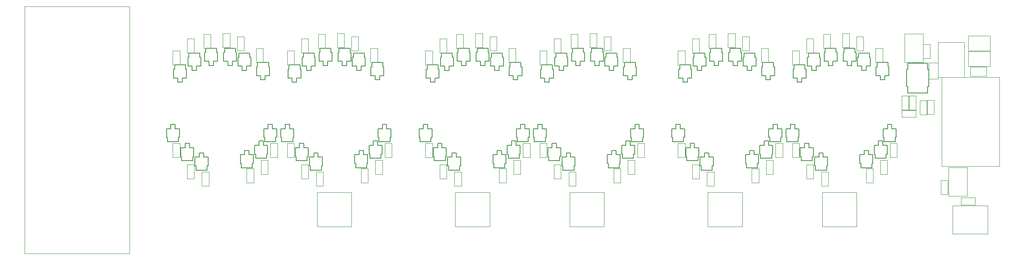
<source format=gbr>
G04 #@! TF.GenerationSoftware,KiCad,Pcbnew,8.0.5+1*
G04 #@! TF.CreationDate,2024-11-03T00:00:47+00:00*
G04 #@! TF.ProjectId,nixie_clock,6e697869-655f-4636-9c6f-636b2e6b6963,rev?*
G04 #@! TF.SameCoordinates,Original*
G04 #@! TF.FileFunction,Other,User*
%FSLAX46Y46*%
G04 Gerber Fmt 4.6, Leading zero omitted, Abs format (unit mm)*
G04 Created by KiCad (PCBNEW 8.0.5+1) date 2024-11-03 00:00:47*
%MOMM*%
%LPD*%
G01*
G04 APERTURE LIST*
%ADD10C,0.152400*%
%ADD11C,0.050000*%
%ADD12C,0.100000*%
%ADD13C,0.120000*%
G04 APERTURE END LIST*
D10*
G04 #@! TO.C,U36*
X122567600Y-107722300D02*
X123469300Y-107722300D01*
X122567600Y-109576500D02*
X122567600Y-107722300D01*
X122567600Y-109576500D02*
X122770800Y-109576500D01*
X122770800Y-109576500D02*
X122770800Y-110465500D01*
X122770800Y-110465500D02*
X125082200Y-110465500D01*
X123469300Y-106833300D02*
X124383700Y-106833300D01*
X123469300Y-107722300D02*
X123469300Y-106833300D01*
X124383700Y-107722300D02*
X124383700Y-106833300D01*
X125082200Y-109576500D02*
X125082200Y-110465500D01*
X125285400Y-107722300D02*
X124383700Y-107722300D01*
X125285400Y-107722300D02*
X125285400Y-109576500D01*
X125285400Y-109576500D02*
X125082200Y-109576500D01*
D11*
G04 #@! TO.C,R73*
X73995000Y-112835000D02*
X75455000Y-112835000D01*
X73995000Y-115795000D02*
X73995000Y-112835000D01*
X75455000Y-112835000D02*
X75455000Y-115795000D01*
X75455000Y-115795000D02*
X73995000Y-115795000D01*
D10*
G04 #@! TO.C,U30*
X138067600Y-107222300D02*
X138969300Y-107222300D01*
X138067600Y-109076500D02*
X138067600Y-107222300D01*
X138067600Y-109076500D02*
X138270800Y-109076500D01*
X138270800Y-109076500D02*
X138270800Y-109965500D01*
X138270800Y-109965500D02*
X140582200Y-109965500D01*
X138969300Y-106333300D02*
X139883700Y-106333300D01*
X138969300Y-107222300D02*
X138969300Y-106333300D01*
X139883700Y-107222300D02*
X139883700Y-106333300D01*
X140582200Y-109076500D02*
X140582200Y-109965500D01*
X140785400Y-107222300D02*
X139883700Y-107222300D01*
X140785400Y-107222300D02*
X140785400Y-109076500D01*
X140785400Y-109076500D02*
X140582200Y-109076500D01*
G04 #@! TO.C,U56*
X215067600Y-107222300D02*
X215969300Y-107222300D01*
X215067600Y-109076500D02*
X215067600Y-107222300D01*
X215067600Y-109076500D02*
X215270800Y-109076500D01*
X215270800Y-109076500D02*
X215270800Y-109965500D01*
X215270800Y-109965500D02*
X217582200Y-109965500D01*
X215969300Y-106333300D02*
X216883700Y-106333300D01*
X215969300Y-107222300D02*
X215969300Y-106333300D01*
X216883700Y-107222300D02*
X216883700Y-106333300D01*
X217582200Y-109076500D02*
X217582200Y-109965500D01*
X217785400Y-107222300D02*
X216883700Y-107222300D01*
X217785400Y-107222300D02*
X217785400Y-109076500D01*
X217785400Y-109076500D02*
X217582200Y-109076500D01*
D11*
G04 #@! TO.C,R64*
X225370000Y-85985000D02*
X226830000Y-85985000D01*
X225370000Y-88945000D02*
X225370000Y-85985000D01*
X226830000Y-85985000D02*
X226830000Y-88945000D01*
X226830000Y-88945000D02*
X225370000Y-88945000D01*
G04 #@! TO.C,R14*
X110395000Y-110335000D02*
X111855000Y-110335000D01*
X110395000Y-113295000D02*
X110395000Y-110335000D01*
X111855000Y-110335000D02*
X111855000Y-113295000D01*
X111855000Y-113295000D02*
X110395000Y-113295000D01*
D10*
G04 #@! TO.C,U9*
X143567600Y-103722300D02*
X144469300Y-103722300D01*
X143567600Y-105576500D02*
X143567600Y-103722300D01*
X143567600Y-105576500D02*
X143770800Y-105576500D01*
X143770800Y-105576500D02*
X143770800Y-106465500D01*
X143770800Y-106465500D02*
X146082200Y-106465500D01*
X144469300Y-102833300D02*
X145383700Y-102833300D01*
X144469300Y-103722300D02*
X144469300Y-102833300D01*
X145383700Y-103722300D02*
X145383700Y-102833300D01*
X146082200Y-105576500D02*
X146082200Y-106465500D01*
X146285400Y-103722300D02*
X145383700Y-103722300D01*
X146285400Y-103722300D02*
X146285400Y-105576500D01*
X146285400Y-105576500D02*
X146082200Y-105576500D01*
D11*
G04 #@! TO.C,R15*
X112395000Y-106835000D02*
X113855000Y-106835000D01*
X112395000Y-109795000D02*
X112395000Y-106835000D01*
X113855000Y-106835000D02*
X113855000Y-109795000D01*
X113855000Y-109795000D02*
X112395000Y-109795000D01*
D12*
G04 #@! TO.C,T1*
X229220000Y-92930000D02*
X241380000Y-92930000D01*
X229220000Y-111600000D02*
X229220000Y-92930000D01*
X241380000Y-92930000D02*
X241380000Y-111600000D01*
X241380000Y-111600000D02*
X229220000Y-111600000D01*
D11*
G04 #@! TO.C,R33*
X120895000Y-106835000D02*
X122355000Y-106835000D01*
X120895000Y-109795000D02*
X120895000Y-106835000D01*
X122355000Y-106835000D02*
X122355000Y-109795000D01*
X122355000Y-109795000D02*
X120895000Y-109795000D01*
G04 #@! TO.C,R76*
X67895000Y-87335000D02*
X69355000Y-87335000D01*
X67895000Y-90295000D02*
X67895000Y-87335000D01*
X69355000Y-87335000D02*
X69355000Y-90295000D01*
X69355000Y-90295000D02*
X67895000Y-90295000D01*
G04 #@! TO.C,R32*
X123895000Y-111335000D02*
X125355000Y-111335000D01*
X123895000Y-114295000D02*
X123895000Y-111335000D01*
X125355000Y-111335000D02*
X125355000Y-114295000D01*
X125355000Y-114295000D02*
X123895000Y-114295000D01*
G04 #@! TO.C,R12*
X151395000Y-83835000D02*
X152855000Y-83835000D01*
X151395000Y-86795000D02*
X151395000Y-83835000D01*
X152855000Y-83835000D02*
X152855000Y-86795000D01*
X152855000Y-86795000D02*
X151395000Y-86795000D01*
D10*
G04 #@! TO.C,U38*
X121067600Y-91203500D02*
X121270800Y-91203500D01*
X121067600Y-93057700D02*
X121067600Y-91203500D01*
X121067600Y-93057700D02*
X121969300Y-93057700D01*
X121270800Y-91203500D02*
X121270800Y-90314500D01*
X121969300Y-93057700D02*
X121969300Y-93946700D01*
X122883700Y-93057700D02*
X122883700Y-93946700D01*
X122883700Y-93946700D02*
X121969300Y-93946700D01*
X123582200Y-90314500D02*
X121270800Y-90314500D01*
X123582200Y-91203500D02*
X123582200Y-90314500D01*
X123785400Y-91203500D02*
X123582200Y-91203500D01*
X123785400Y-91203500D02*
X123785400Y-93057700D01*
X123785400Y-93057700D02*
X122883700Y-93057700D01*
D11*
G04 #@! TO.C,R68*
X88395000Y-106835000D02*
X89855000Y-106835000D01*
X88395000Y-109795000D02*
X88395000Y-106835000D01*
X89855000Y-106835000D02*
X89855000Y-109795000D01*
X89855000Y-109795000D02*
X88395000Y-109795000D01*
G04 #@! TO.C,R47*
X176895000Y-84835000D02*
X178355000Y-84835000D01*
X176895000Y-87795000D02*
X176895000Y-84835000D01*
X178355000Y-84835000D02*
X178355000Y-87795000D01*
X178355000Y-87795000D02*
X176895000Y-87795000D01*
G04 #@! TO.C,R11*
X147895000Y-84835000D02*
X149355000Y-84835000D01*
X147895000Y-87795000D02*
X147895000Y-84835000D01*
X149355000Y-84835000D02*
X149355000Y-87795000D01*
X149355000Y-87795000D02*
X147895000Y-87795000D01*
G04 #@! TO.C,R41*
X187395000Y-84335000D02*
X188855000Y-84335000D01*
X187395000Y-87295000D02*
X187395000Y-84335000D01*
X188855000Y-84335000D02*
X188855000Y-87295000D01*
X188855000Y-87295000D02*
X187395000Y-87295000D01*
G04 #@! TO.C,R75*
X67895000Y-106835000D02*
X69355000Y-106835000D01*
X67895000Y-109795000D02*
X67895000Y-106835000D01*
X69355000Y-106835000D02*
X69355000Y-109795000D01*
X69355000Y-109795000D02*
X67895000Y-109795000D01*
G04 #@! TO.C,R63*
X222370000Y-96810000D02*
X223830000Y-96810000D01*
X222370000Y-99770000D02*
X222370000Y-96810000D01*
X223830000Y-96810000D02*
X223830000Y-99770000D01*
X223830000Y-99770000D02*
X222370000Y-99770000D01*
G04 #@! TO.C,R21*
X91895000Y-106835000D02*
X93355000Y-106835000D01*
X91895000Y-109795000D02*
X91895000Y-106835000D01*
X93355000Y-106835000D02*
X93355000Y-109795000D01*
X93355000Y-109795000D02*
X91895000Y-109795000D01*
D10*
G04 #@! TO.C,U32*
X138464600Y-90703500D02*
X138667800Y-90703500D01*
X138464600Y-92557700D02*
X138464600Y-90703500D01*
X138464600Y-92557700D02*
X139366300Y-92557700D01*
X138667800Y-90703500D02*
X138667800Y-89814500D01*
X139366300Y-92557700D02*
X139366300Y-93446700D01*
X140280700Y-92557700D02*
X140280700Y-93446700D01*
X140280700Y-93446700D02*
X139366300Y-93446700D01*
X140979200Y-89814500D02*
X138667800Y-89814500D01*
X140979200Y-90703500D02*
X140979200Y-89814500D01*
X141182400Y-90703500D02*
X140979200Y-90703500D01*
X141182400Y-90703500D02*
X141182400Y-92557700D01*
X141182400Y-92557700D02*
X140280700Y-92557700D01*
D11*
G04 #@! TO.C,R5*
X158395000Y-84335000D02*
X159855000Y-84335000D01*
X158395000Y-87295000D02*
X158395000Y-84335000D01*
X159855000Y-84335000D02*
X159855000Y-87295000D01*
X159855000Y-87295000D02*
X158395000Y-87295000D01*
G04 #@! TO.C,R4*
X162395000Y-86835000D02*
X163855000Y-86835000D01*
X162395000Y-89795000D02*
X162395000Y-86835000D01*
X163855000Y-86835000D02*
X163855000Y-89795000D01*
X163855000Y-89795000D02*
X162395000Y-89795000D01*
D10*
G04 #@! TO.C,U65*
X201067600Y-88703500D02*
X201270800Y-88703500D01*
X201067600Y-90557700D02*
X201067600Y-88703500D01*
X201067600Y-90557700D02*
X201969300Y-90557700D01*
X201270800Y-88703500D02*
X201270800Y-87814500D01*
X201969300Y-90557700D02*
X201969300Y-91446700D01*
X202883700Y-90557700D02*
X202883700Y-91446700D01*
X202883700Y-91446700D02*
X201969300Y-91446700D01*
X203582200Y-87814500D02*
X201270800Y-87814500D01*
X203582200Y-88703500D02*
X203582200Y-87814500D01*
X203785400Y-88703500D02*
X203582200Y-88703500D01*
X203785400Y-88703500D02*
X203785400Y-90557700D01*
X203785400Y-90557700D02*
X202883700Y-90557700D01*
D11*
G04 #@! TO.C,R1*
X160395000Y-112160000D02*
X161855000Y-112160000D01*
X160395000Y-115120000D02*
X160395000Y-112160000D01*
X161855000Y-112160000D02*
X161855000Y-115120000D01*
X161855000Y-115120000D02*
X160395000Y-115120000D01*
G04 #@! TO.C,U15*
X98162500Y-117142031D02*
X98162500Y-124362031D01*
X98162500Y-124362031D02*
X105382500Y-124362031D01*
X105382500Y-117142031D02*
X98162500Y-117142031D01*
X105382500Y-124362031D02*
X105382500Y-117142031D01*
D10*
G04 #@! TO.C,U43*
X191067600Y-107222300D02*
X191969300Y-107222300D01*
X191067600Y-109076500D02*
X191067600Y-107222300D01*
X191067600Y-109076500D02*
X191270800Y-109076500D01*
X191270800Y-109076500D02*
X191270800Y-109965500D01*
X191270800Y-109965500D02*
X193582200Y-109965500D01*
X191969300Y-106333300D02*
X192883700Y-106333300D01*
X191969300Y-107222300D02*
X191969300Y-106333300D01*
X192883700Y-107222300D02*
X192883700Y-106333300D01*
X193582200Y-109076500D02*
X193582200Y-109965500D01*
X193785400Y-107222300D02*
X192883700Y-107222300D01*
X193785400Y-107222300D02*
X193785400Y-109076500D01*
X193785400Y-109076500D02*
X193582200Y-109076500D01*
G04 #@! TO.C,U16*
X106067600Y-109222300D02*
X106969300Y-109222300D01*
X106067600Y-111076500D02*
X106067600Y-109222300D01*
X106067600Y-111076500D02*
X106270800Y-111076500D01*
X106270800Y-111076500D02*
X106270800Y-111965500D01*
X106270800Y-111965500D02*
X108582200Y-111965500D01*
X106969300Y-108333300D02*
X107883700Y-108333300D01*
X106969300Y-109222300D02*
X106969300Y-108333300D01*
X107883700Y-109222300D02*
X107883700Y-108333300D01*
X108582200Y-111076500D02*
X108582200Y-111965500D01*
X108785400Y-109222300D02*
X107883700Y-109222300D01*
X108785400Y-109222300D02*
X108785400Y-111076500D01*
X108785400Y-111076500D02*
X108582200Y-111076500D01*
D11*
G04 #@! TO.C,R46*
X173895000Y-87335000D02*
X175355000Y-87335000D01*
X173895000Y-90295000D02*
X173895000Y-87335000D01*
X175355000Y-87335000D02*
X175355000Y-90295000D01*
X175355000Y-90295000D02*
X173895000Y-90295000D01*
D10*
G04 #@! TO.C,U66*
X82067600Y-109222300D02*
X82969300Y-109222300D01*
X82067600Y-111076500D02*
X82067600Y-109222300D01*
X82067600Y-111076500D02*
X82270800Y-111076500D01*
X82270800Y-111076500D02*
X82270800Y-111965500D01*
X82270800Y-111965500D02*
X84582200Y-111965500D01*
X82969300Y-108333300D02*
X83883700Y-108333300D01*
X82969300Y-109222300D02*
X82969300Y-108333300D01*
X83883700Y-109222300D02*
X83883700Y-108333300D01*
X84582200Y-111076500D02*
X84582200Y-111965500D01*
X84785400Y-109222300D02*
X83883700Y-109222300D01*
X84785400Y-109222300D02*
X84785400Y-111076500D01*
X84785400Y-111076500D02*
X84582200Y-111076500D01*
D11*
G04 #@! TO.C,R71*
X78395000Y-83660000D02*
X79855000Y-83660000D01*
X78395000Y-86620000D02*
X78395000Y-83660000D01*
X79855000Y-83660000D02*
X79855000Y-86620000D01*
X79855000Y-86620000D02*
X78395000Y-86620000D01*
G04 #@! TO.C,R70*
X81395000Y-84335000D02*
X82855000Y-84335000D01*
X81395000Y-87295000D02*
X81395000Y-84335000D01*
X82855000Y-84335000D02*
X82855000Y-87295000D01*
X82855000Y-87295000D02*
X81395000Y-87295000D01*
D10*
G04 #@! TO.C,U64*
X198067600Y-91203500D02*
X198270800Y-91203500D01*
X198067600Y-93057700D02*
X198067600Y-91203500D01*
X198067600Y-93057700D02*
X198969300Y-93057700D01*
X198270800Y-91203500D02*
X198270800Y-90314500D01*
X198969300Y-93057700D02*
X198969300Y-93946700D01*
X199883700Y-93057700D02*
X199883700Y-93946700D01*
X199883700Y-93946700D02*
X198969300Y-93946700D01*
X200582200Y-90314500D02*
X198270800Y-90314500D01*
X200582200Y-91203500D02*
X200582200Y-90314500D01*
X200785400Y-91203500D02*
X200582200Y-91203500D01*
X200785400Y-91203500D02*
X200785400Y-93057700D01*
X200785400Y-93057700D02*
X199883700Y-93057700D01*
G04 #@! TO.C,U23*
X93567600Y-107722300D02*
X94469300Y-107722300D01*
X93567600Y-109576500D02*
X93567600Y-107722300D01*
X93567600Y-109576500D02*
X93770800Y-109576500D01*
X93770800Y-109576500D02*
X93770800Y-110465500D01*
X93770800Y-110465500D02*
X96082200Y-110465500D01*
X94469300Y-106833300D02*
X95383700Y-106833300D01*
X94469300Y-107722300D02*
X94469300Y-106833300D01*
X95383700Y-107722300D02*
X95383700Y-106833300D01*
X96082200Y-109576500D02*
X96082200Y-110465500D01*
X96285400Y-107722300D02*
X95383700Y-107722300D01*
X96285400Y-107722300D02*
X96285400Y-109576500D01*
X96285400Y-109576500D02*
X96082200Y-109576500D01*
D11*
G04 #@! TO.C,R39*
X194395000Y-106835000D02*
X195855000Y-106835000D01*
X194395000Y-109795000D02*
X194395000Y-106835000D01*
X195855000Y-106835000D02*
X195855000Y-109795000D01*
X195855000Y-109795000D02*
X194395000Y-109795000D01*
D10*
G04 #@! TO.C,U70*
X81567600Y-88703500D02*
X81770800Y-88703500D01*
X81567600Y-90557700D02*
X81567600Y-88703500D01*
X81567600Y-90557700D02*
X82469300Y-90557700D01*
X81770800Y-88703500D02*
X81770800Y-87814500D01*
X82469300Y-90557700D02*
X82469300Y-91446700D01*
X83383700Y-90557700D02*
X83383700Y-91446700D01*
X83383700Y-91446700D02*
X82469300Y-91446700D01*
X84082200Y-87814500D02*
X81770800Y-87814500D01*
X84082200Y-88703500D02*
X84082200Y-87814500D01*
X84285400Y-88703500D02*
X84082200Y-88703500D01*
X84285400Y-88703500D02*
X84285400Y-90557700D01*
X84285400Y-90557700D02*
X83383700Y-90557700D01*
D11*
G04 #@! TO.C,R35*
X123895000Y-84835000D02*
X125355000Y-84835000D01*
X123895000Y-87795000D02*
X123895000Y-84835000D01*
X125355000Y-84835000D02*
X125355000Y-87795000D01*
X125355000Y-87795000D02*
X123895000Y-87795000D01*
G04 #@! TO.C,R6*
X155395000Y-83660000D02*
X156855000Y-83660000D01*
X155395000Y-86620000D02*
X155395000Y-83660000D01*
X156855000Y-83660000D02*
X156855000Y-86620000D01*
X156855000Y-86620000D02*
X155395000Y-86620000D01*
D10*
G04 #@! TO.C,U17*
X109067600Y-107222300D02*
X109969300Y-107222300D01*
X109067600Y-109076500D02*
X109067600Y-107222300D01*
X109067600Y-109076500D02*
X109270800Y-109076500D01*
X109270800Y-109076500D02*
X109270800Y-109965500D01*
X109270800Y-109965500D02*
X111582200Y-109965500D01*
X109969300Y-106333300D02*
X110883700Y-106333300D01*
X109969300Y-107222300D02*
X109969300Y-106333300D01*
X110883700Y-107222300D02*
X110883700Y-106333300D01*
X111582200Y-109076500D02*
X111582200Y-109965500D01*
X111785400Y-107222300D02*
X110883700Y-107222300D01*
X111785400Y-107222300D02*
X111785400Y-109076500D01*
X111785400Y-109076500D02*
X111582200Y-109076500D01*
D11*
G04 #@! TO.C,R8*
X147895000Y-111335000D02*
X149355000Y-111335000D01*
X147895000Y-114295000D02*
X147895000Y-111335000D01*
X149355000Y-111335000D02*
X149355000Y-114295000D01*
X149355000Y-114295000D02*
X147895000Y-114295000D01*
D10*
G04 #@! TO.C,U50*
X172567600Y-103722300D02*
X173469300Y-103722300D01*
X172567600Y-105576500D02*
X172567600Y-103722300D01*
X172567600Y-105576500D02*
X172770800Y-105576500D01*
X172770800Y-105576500D02*
X172770800Y-106465500D01*
X172770800Y-106465500D02*
X175082200Y-106465500D01*
X173469300Y-102833300D02*
X174383700Y-102833300D01*
X173469300Y-103722300D02*
X173469300Y-102833300D01*
X174383700Y-103722300D02*
X174383700Y-102833300D01*
X175082200Y-105576500D02*
X175082200Y-106465500D01*
X175285400Y-103722300D02*
X174383700Y-103722300D01*
X175285400Y-103722300D02*
X175285400Y-105576500D01*
X175285400Y-105576500D02*
X175082200Y-105576500D01*
D11*
G04 #@! TO.C,C3*
X220895000Y-99835000D02*
X223855000Y-99835000D01*
X220895000Y-101295000D02*
X220895000Y-99835000D01*
X223855000Y-99835000D02*
X223855000Y-101295000D01*
X223855000Y-101295000D02*
X220895000Y-101295000D01*
G04 #@! TO.C,R23*
X94895000Y-84835000D02*
X96355000Y-84835000D01*
X94895000Y-87795000D02*
X94895000Y-84835000D01*
X96355000Y-84835000D02*
X96355000Y-87795000D01*
X96355000Y-87795000D02*
X94895000Y-87795000D01*
D10*
G04 #@! TO.C,U22*
X96567600Y-109722300D02*
X97469300Y-109722300D01*
X96567600Y-111576500D02*
X96567600Y-109722300D01*
X96567600Y-111576500D02*
X96770800Y-111576500D01*
X96770800Y-111576500D02*
X96770800Y-112465500D01*
X96770800Y-112465500D02*
X99082200Y-112465500D01*
X97469300Y-108833300D02*
X98383700Y-108833300D01*
X97469300Y-109722300D02*
X97469300Y-108833300D01*
X98383700Y-109722300D02*
X98383700Y-108833300D01*
X99082200Y-111576500D02*
X99082200Y-112465500D01*
X99285400Y-109722300D02*
X98383700Y-109722300D01*
X99285400Y-109722300D02*
X99285400Y-111576500D01*
X99285400Y-111576500D02*
X99082200Y-111576500D01*
D11*
G04 #@! TO.C,U54*
X204162500Y-117142031D02*
X204162500Y-124362031D01*
X204162500Y-124362031D02*
X211382500Y-124362031D01*
X211382500Y-117142031D02*
X204162500Y-117142031D01*
X211382500Y-124362031D02*
X211382500Y-117142031D01*
D10*
G04 #@! TO.C,U5*
X158567600Y-88703500D02*
X158770800Y-88703500D01*
X158567600Y-90557700D02*
X158567600Y-88703500D01*
X158567600Y-90557700D02*
X159469300Y-90557700D01*
X158770800Y-88703500D02*
X158770800Y-87814500D01*
X159469300Y-90557700D02*
X159469300Y-91446700D01*
X160383700Y-90557700D02*
X160383700Y-91446700D01*
X160383700Y-91446700D02*
X159469300Y-91446700D01*
X161082200Y-87814500D02*
X158770800Y-87814500D01*
X161082200Y-88703500D02*
X161082200Y-87814500D01*
X161285400Y-88703500D02*
X161082200Y-88703500D01*
X161285400Y-88703500D02*
X161285400Y-90557700D01*
X161285400Y-90557700D02*
X160383700Y-90557700D01*
D11*
G04 #@! TO.C,R29*
X134395000Y-84335000D02*
X135855000Y-84335000D01*
X134395000Y-87295000D02*
X134395000Y-84335000D01*
X135855000Y-84335000D02*
X135855000Y-87295000D01*
X135855000Y-87295000D02*
X134395000Y-87295000D01*
D10*
G04 #@! TO.C,U45*
X191464600Y-90703500D02*
X191667800Y-90703500D01*
X191464600Y-92557700D02*
X191464600Y-90703500D01*
X191464600Y-92557700D02*
X192366300Y-92557700D01*
X191667800Y-90703500D02*
X191667800Y-89814500D01*
X192366300Y-92557700D02*
X192366300Y-93446700D01*
X193280700Y-92557700D02*
X193280700Y-93446700D01*
X193280700Y-93446700D02*
X192366300Y-93446700D01*
X193979200Y-89814500D02*
X191667800Y-89814500D01*
X193979200Y-90703500D02*
X193979200Y-89814500D01*
X194182400Y-90703500D02*
X193979200Y-90703500D01*
X194182400Y-90703500D02*
X194182400Y-92557700D01*
X194182400Y-92557700D02*
X193280700Y-92557700D01*
D11*
G04 #@! TO.C,R50*
X216395000Y-110335000D02*
X217855000Y-110335000D01*
X216395000Y-113295000D02*
X216395000Y-110335000D01*
X217855000Y-110335000D02*
X217855000Y-113295000D01*
X217855000Y-113295000D02*
X216395000Y-113295000D01*
G04 #@! TO.C,C8*
X234825000Y-84165000D02*
X239425000Y-84165000D01*
X234825000Y-87365000D02*
X234825000Y-84165000D01*
X239425000Y-84165000D02*
X239425000Y-87365000D01*
X239425000Y-87365000D02*
X234825000Y-87365000D01*
G04 #@! TO.C,R62*
X229070000Y-114585000D02*
X230530000Y-114585000D01*
X229070000Y-117545000D02*
X229070000Y-114585000D01*
X230530000Y-114585000D02*
X230530000Y-117545000D01*
X230530000Y-117545000D02*
X229070000Y-117545000D01*
G04 #@! TO.C,R77*
X70895000Y-84835000D02*
X72355000Y-84835000D01*
X70895000Y-87795000D02*
X70895000Y-84835000D01*
X72355000Y-84835000D02*
X72355000Y-87795000D01*
X72355000Y-87795000D02*
X70895000Y-87795000D01*
D10*
G04 #@! TO.C,U52*
X177067600Y-88703500D02*
X177270800Y-88703500D01*
X177067600Y-90557700D02*
X177067600Y-88703500D01*
X177067600Y-90557700D02*
X177969300Y-90557700D01*
X177270800Y-88703500D02*
X177270800Y-87814500D01*
X177969300Y-90557700D02*
X177969300Y-91446700D01*
X178883700Y-90557700D02*
X178883700Y-91446700D01*
X178883700Y-91446700D02*
X177969300Y-91446700D01*
X179582200Y-87814500D02*
X177270800Y-87814500D01*
X179582200Y-88703500D02*
X179582200Y-87814500D01*
X179785400Y-88703500D02*
X179582200Y-88703500D01*
X179785400Y-88703500D02*
X179785400Y-90557700D01*
X179785400Y-90557700D02*
X178883700Y-90557700D01*
D11*
G04 #@! TO.C,R16*
X109395000Y-86835000D02*
X110855000Y-86835000D01*
X109395000Y-89795000D02*
X109395000Y-86835000D01*
X110855000Y-86835000D02*
X110855000Y-89795000D01*
X110855000Y-89795000D02*
X109395000Y-89795000D01*
G04 #@! TO.C,R42*
X184395000Y-83660000D02*
X185855000Y-83660000D01*
X184395000Y-86620000D02*
X184395000Y-83660000D01*
X185855000Y-83660000D02*
X185855000Y-86620000D01*
X185855000Y-86620000D02*
X184395000Y-86620000D01*
G04 #@! TO.C,R61*
X226550000Y-89897500D02*
X228450000Y-89897500D01*
X226550000Y-93257500D02*
X226550000Y-89897500D01*
X228450000Y-89897500D02*
X228450000Y-93257500D01*
X228450000Y-93257500D02*
X226550000Y-93257500D01*
D10*
G04 #@! TO.C,U53*
X180567600Y-87703500D02*
X180770800Y-87703500D01*
X180567600Y-89557700D02*
X180567600Y-87703500D01*
X180567600Y-89557700D02*
X181469300Y-89557700D01*
X180770800Y-87703500D02*
X180770800Y-86814500D01*
X181469300Y-89557700D02*
X181469300Y-90446700D01*
X182383700Y-89557700D02*
X182383700Y-90446700D01*
X182383700Y-90446700D02*
X181469300Y-90446700D01*
X183082200Y-86814500D02*
X180770800Y-86814500D01*
X183082200Y-87703500D02*
X183082200Y-86814500D01*
X183285400Y-87703500D02*
X183082200Y-87703500D01*
X183285400Y-87703500D02*
X183285400Y-89557700D01*
X183285400Y-89557700D02*
X182383700Y-89557700D01*
D11*
G04 #@! TO.C,R53*
X211395000Y-84335000D02*
X212855000Y-84335000D01*
X211395000Y-87295000D02*
X211395000Y-84335000D01*
X212855000Y-84335000D02*
X212855000Y-87295000D01*
X212855000Y-87295000D02*
X211395000Y-87295000D01*
D10*
G04 #@! TO.C,U18*
X110964600Y-103722300D02*
X111866300Y-103722300D01*
X110964600Y-105576500D02*
X110964600Y-103722300D01*
X110964600Y-105576500D02*
X111167800Y-105576500D01*
X111167800Y-105576500D02*
X111167800Y-106465500D01*
X111167800Y-106465500D02*
X113479200Y-106465500D01*
X111866300Y-102833300D02*
X112780700Y-102833300D01*
X111866300Y-103722300D02*
X111866300Y-102833300D01*
X112780700Y-103722300D02*
X112780700Y-102833300D01*
X113479200Y-105576500D02*
X113479200Y-106465500D01*
X113682400Y-103722300D02*
X112780700Y-103722300D01*
X113682400Y-103722300D02*
X113682400Y-105576500D01*
X113682400Y-105576500D02*
X113479200Y-105576500D01*
D11*
G04 #@! TO.C,R3*
X165395000Y-106835000D02*
X166855000Y-106835000D01*
X165395000Y-109795000D02*
X165395000Y-106835000D01*
X166855000Y-106835000D02*
X166855000Y-109795000D01*
X166855000Y-109795000D02*
X165395000Y-109795000D01*
G04 #@! TO.C,R27*
X141395000Y-106835000D02*
X142855000Y-106835000D01*
X141395000Y-109795000D02*
X141395000Y-106835000D01*
X142855000Y-106835000D02*
X142855000Y-109795000D01*
X142855000Y-109795000D02*
X141395000Y-109795000D01*
D10*
G04 #@! TO.C,U77*
X74567600Y-87703500D02*
X74770800Y-87703500D01*
X74567600Y-89557700D02*
X74567600Y-87703500D01*
X74567600Y-89557700D02*
X75469300Y-89557700D01*
X74770800Y-87703500D02*
X74770800Y-86814500D01*
X75469300Y-89557700D02*
X75469300Y-90446700D01*
X76383700Y-89557700D02*
X76383700Y-90446700D01*
X76383700Y-90446700D02*
X75469300Y-90446700D01*
X77082200Y-86814500D02*
X74770800Y-86814500D01*
X77082200Y-87703500D02*
X77082200Y-86814500D01*
X77285400Y-87703500D02*
X77082200Y-87703500D01*
X77285400Y-87703500D02*
X77285400Y-89557700D01*
X77285400Y-89557700D02*
X76383700Y-89557700D01*
D11*
G04 #@! TO.C,R49*
X213395000Y-112160000D02*
X214855000Y-112160000D01*
X213395000Y-115120000D02*
X213395000Y-112160000D01*
X214855000Y-112160000D02*
X214855000Y-115120000D01*
X214855000Y-115120000D02*
X213395000Y-115120000D01*
D10*
G04 #@! TO.C,U8*
X146567600Y-107722300D02*
X147469300Y-107722300D01*
X146567600Y-109576500D02*
X146567600Y-107722300D01*
X146567600Y-109576500D02*
X146770800Y-109576500D01*
X146770800Y-109576500D02*
X146770800Y-110465500D01*
X146770800Y-110465500D02*
X149082200Y-110465500D01*
X147469300Y-106833300D02*
X148383700Y-106833300D01*
X147469300Y-107722300D02*
X147469300Y-106833300D01*
X148383700Y-107722300D02*
X148383700Y-106833300D01*
X149082200Y-109576500D02*
X149082200Y-110465500D01*
X149285400Y-107722300D02*
X148383700Y-107722300D01*
X149285400Y-107722300D02*
X149285400Y-109576500D01*
X149285400Y-109576500D02*
X149082200Y-109576500D01*
D11*
G04 #@! TO.C,R10*
X144895000Y-87335000D02*
X146355000Y-87335000D01*
X144895000Y-90295000D02*
X144895000Y-87335000D01*
X146355000Y-87335000D02*
X146355000Y-90295000D01*
X146355000Y-90295000D02*
X144895000Y-90295000D01*
G04 #@! TO.C,R51*
X218395000Y-106835000D02*
X219855000Y-106835000D01*
X218395000Y-109795000D02*
X218395000Y-106835000D01*
X219855000Y-106835000D02*
X219855000Y-109795000D01*
X219855000Y-109795000D02*
X218395000Y-109795000D01*
D10*
G04 #@! TO.C,U79*
X221875900Y-91261600D02*
X222104500Y-91261600D01*
X221875900Y-94868400D02*
X221875900Y-91261600D01*
X222104500Y-89928100D02*
X222104500Y-91261600D01*
X222104500Y-89928100D02*
X226295500Y-89928100D01*
X222104500Y-94868400D02*
X221875900Y-94868400D01*
X222104500Y-96201900D02*
X222104500Y-94868400D01*
X226295500Y-89928100D02*
X226295500Y-91261600D01*
X226295500Y-91261600D02*
X226524100Y-91261600D01*
X226295500Y-96201900D02*
X222104500Y-96201900D01*
X226295500Y-96201900D02*
X226295500Y-94868400D01*
X226524100Y-91261600D02*
X226524100Y-94868400D01*
X226524100Y-94868400D02*
X226295500Y-94868400D01*
D11*
G04 #@! TO.C,R74*
X70895000Y-111335000D02*
X72355000Y-111335000D01*
X70895000Y-114295000D02*
X70895000Y-111335000D01*
X72355000Y-111335000D02*
X72355000Y-114295000D01*
X72355000Y-114295000D02*
X70895000Y-114295000D01*
G04 #@! TO.C,R55*
X203995000Y-112835000D02*
X205455000Y-112835000D01*
X203995000Y-115795000D02*
X203995000Y-112835000D01*
X205455000Y-112835000D02*
X205455000Y-115795000D01*
X205455000Y-115795000D02*
X203995000Y-115795000D01*
D10*
G04 #@! TO.C,U11*
X148067600Y-88703500D02*
X148270800Y-88703500D01*
X148067600Y-90557700D02*
X148067600Y-88703500D01*
X148067600Y-90557700D02*
X148969300Y-90557700D01*
X148270800Y-88703500D02*
X148270800Y-87814500D01*
X148969300Y-90557700D02*
X148969300Y-91446700D01*
X149883700Y-90557700D02*
X149883700Y-91446700D01*
X149883700Y-91446700D02*
X148969300Y-91446700D01*
X150582200Y-87814500D02*
X148270800Y-87814500D01*
X150582200Y-88703500D02*
X150582200Y-87814500D01*
X150785400Y-88703500D02*
X150582200Y-88703500D01*
X150785400Y-88703500D02*
X150785400Y-90557700D01*
X150785400Y-90557700D02*
X149883700Y-90557700D01*
D11*
G04 #@! TO.C,R57*
X197895000Y-106835000D02*
X199355000Y-106835000D01*
X197895000Y-109795000D02*
X197895000Y-106835000D01*
X199355000Y-106835000D02*
X199355000Y-109795000D01*
X199355000Y-109795000D02*
X197895000Y-109795000D01*
D10*
G04 #@! TO.C,U3*
X163964600Y-103722300D02*
X164866300Y-103722300D01*
X163964600Y-105576500D02*
X163964600Y-103722300D01*
X163964600Y-105576500D02*
X164167800Y-105576500D01*
X164167800Y-105576500D02*
X164167800Y-106465500D01*
X164167800Y-106465500D02*
X166479200Y-106465500D01*
X164866300Y-102833300D02*
X165780700Y-102833300D01*
X164866300Y-103722300D02*
X164866300Y-102833300D01*
X165780700Y-103722300D02*
X165780700Y-102833300D01*
X166479200Y-105576500D02*
X166479200Y-106465500D01*
X166682400Y-103722300D02*
X165780700Y-103722300D01*
X166682400Y-103722300D02*
X166682400Y-105576500D01*
X166682400Y-105576500D02*
X166479200Y-105576500D01*
D11*
G04 #@! TO.C,R30*
X131395000Y-83660000D02*
X132855000Y-83660000D01*
X131395000Y-86620000D02*
X131395000Y-83660000D01*
X132855000Y-83660000D02*
X132855000Y-86620000D01*
X132855000Y-86620000D02*
X131395000Y-86620000D01*
D10*
G04 #@! TO.C,U27*
X98567600Y-87703500D02*
X98770800Y-87703500D01*
X98567600Y-89557700D02*
X98567600Y-87703500D01*
X98567600Y-89557700D02*
X99469300Y-89557700D01*
X98770800Y-87703500D02*
X98770800Y-86814500D01*
X99469300Y-89557700D02*
X99469300Y-90446700D01*
X100383700Y-89557700D02*
X100383700Y-90446700D01*
X100383700Y-90446700D02*
X99469300Y-90446700D01*
X101082200Y-86814500D02*
X98770800Y-86814500D01*
X101082200Y-87703500D02*
X101082200Y-86814500D01*
X101285400Y-87703500D02*
X101082200Y-87703500D01*
X101285400Y-87703500D02*
X101285400Y-89557700D01*
X101285400Y-89557700D02*
X100383700Y-89557700D01*
D11*
G04 #@! TO.C,U28*
X127162500Y-117142031D02*
X127162500Y-124362031D01*
X127162500Y-124362031D02*
X134382500Y-124362031D01*
X134382500Y-117142031D02*
X127162500Y-117142031D01*
X134382500Y-124362031D02*
X134382500Y-117142031D01*
G04 #@! TO.C,C6*
X231500000Y-119950000D02*
X238900000Y-119950000D01*
X231500000Y-125850000D02*
X231500000Y-119950000D01*
X238900000Y-119950000D02*
X238900000Y-125850000D01*
X238900000Y-125850000D02*
X231500000Y-125850000D01*
D10*
G04 #@! TO.C,U48*
X178567600Y-109722300D02*
X179469300Y-109722300D01*
X178567600Y-111576500D02*
X178567600Y-109722300D01*
X178567600Y-111576500D02*
X178770800Y-111576500D01*
X178770800Y-111576500D02*
X178770800Y-112465500D01*
X178770800Y-112465500D02*
X181082200Y-112465500D01*
X179469300Y-108833300D02*
X180383700Y-108833300D01*
X179469300Y-109722300D02*
X179469300Y-108833300D01*
X180383700Y-109722300D02*
X180383700Y-108833300D01*
X181082200Y-111576500D02*
X181082200Y-112465500D01*
X181285400Y-109722300D02*
X180383700Y-109722300D01*
X181285400Y-109722300D02*
X181285400Y-111576500D01*
X181285400Y-111576500D02*
X181082200Y-111576500D01*
G04 #@! TO.C,U61*
X202567600Y-109722300D02*
X203469300Y-109722300D01*
X202567600Y-111576500D02*
X202567600Y-109722300D01*
X202567600Y-111576500D02*
X202770800Y-111576500D01*
X202770800Y-111576500D02*
X202770800Y-112465500D01*
X202770800Y-112465500D02*
X205082200Y-112465500D01*
X203469300Y-108833300D02*
X204383700Y-108833300D01*
X203469300Y-109722300D02*
X203469300Y-108833300D01*
X204383700Y-109722300D02*
X204383700Y-108833300D01*
X205082200Y-111576500D02*
X205082200Y-112465500D01*
X205285400Y-109722300D02*
X204383700Y-109722300D01*
X205285400Y-109722300D02*
X205285400Y-111576500D01*
X205285400Y-111576500D02*
X205082200Y-111576500D01*
D11*
G04 #@! TO.C,U13*
X151162500Y-117142031D02*
X151162500Y-124362031D01*
X151162500Y-124362031D02*
X158382500Y-124362031D01*
X158382500Y-117142031D02*
X151162500Y-117142031D01*
X158382500Y-124362031D02*
X158382500Y-117142031D01*
G04 #@! TO.C,R34*
X120895000Y-87335000D02*
X122355000Y-87335000D01*
X120895000Y-90295000D02*
X120895000Y-87335000D01*
X122355000Y-87335000D02*
X122355000Y-90295000D01*
X122355000Y-90295000D02*
X120895000Y-90295000D01*
D10*
G04 #@! TO.C,U71*
X78567600Y-87703500D02*
X78770800Y-87703500D01*
X78567600Y-89557700D02*
X78567600Y-87703500D01*
X78567600Y-89557700D02*
X79469300Y-89557700D01*
X78770800Y-87703500D02*
X78770800Y-86814500D01*
X79469300Y-89557700D02*
X79469300Y-90446700D01*
X80383700Y-89557700D02*
X80383700Y-90446700D01*
X80383700Y-90446700D02*
X79469300Y-90446700D01*
X81082200Y-86814500D02*
X78770800Y-86814500D01*
X81082200Y-87703500D02*
X81082200Y-86814500D01*
X81285400Y-87703500D02*
X81082200Y-87703500D01*
X81285400Y-87703500D02*
X81285400Y-89557700D01*
X81285400Y-89557700D02*
X80383700Y-89557700D01*
D11*
G04 #@! TO.C,U41*
X180162500Y-117142031D02*
X180162500Y-124362031D01*
X180162500Y-124362031D02*
X187382500Y-124362031D01*
X187382500Y-117142031D02*
X180162500Y-117142031D01*
X187382500Y-124362031D02*
X187382500Y-117142031D01*
G04 #@! TO.C,R25*
X136395000Y-112160000D02*
X137855000Y-112160000D01*
X136395000Y-115120000D02*
X136395000Y-112160000D01*
X137855000Y-112160000D02*
X137855000Y-115120000D01*
X137855000Y-115120000D02*
X136395000Y-115120000D01*
D10*
G04 #@! TO.C,U72*
X72567600Y-109722300D02*
X73469300Y-109722300D01*
X72567600Y-111576500D02*
X72567600Y-109722300D01*
X72567600Y-111576500D02*
X72770800Y-111576500D01*
X72770800Y-111576500D02*
X72770800Y-112465500D01*
X72770800Y-112465500D02*
X75082200Y-112465500D01*
X73469300Y-108833300D02*
X74383700Y-108833300D01*
X73469300Y-109722300D02*
X73469300Y-108833300D01*
X74383700Y-109722300D02*
X74383700Y-108833300D01*
X75082200Y-111576500D02*
X75082200Y-112465500D01*
X75285400Y-109722300D02*
X74383700Y-109722300D01*
X75285400Y-109722300D02*
X75285400Y-111576500D01*
X75285400Y-111576500D02*
X75082200Y-111576500D01*
G04 #@! TO.C,U68*
X86964600Y-103722300D02*
X87866300Y-103722300D01*
X86964600Y-105576500D02*
X86964600Y-103722300D01*
X86964600Y-105576500D02*
X87167800Y-105576500D01*
X87167800Y-105576500D02*
X87167800Y-106465500D01*
X87167800Y-106465500D02*
X89479200Y-106465500D01*
X87866300Y-102833300D02*
X88780700Y-102833300D01*
X87866300Y-103722300D02*
X87866300Y-102833300D01*
X88780700Y-103722300D02*
X88780700Y-102833300D01*
X89479200Y-105576500D02*
X89479200Y-106465500D01*
X89682400Y-103722300D02*
X88780700Y-103722300D01*
X89682400Y-103722300D02*
X89682400Y-105576500D01*
X89682400Y-105576500D02*
X89479200Y-105576500D01*
G04 #@! TO.C,U49*
X175567600Y-107722300D02*
X176469300Y-107722300D01*
X175567600Y-109576500D02*
X175567600Y-107722300D01*
X175567600Y-109576500D02*
X175770800Y-109576500D01*
X175770800Y-109576500D02*
X175770800Y-110465500D01*
X175770800Y-110465500D02*
X178082200Y-110465500D01*
X176469300Y-106833300D02*
X177383700Y-106833300D01*
X176469300Y-107722300D02*
X176469300Y-106833300D01*
X177383700Y-107722300D02*
X177383700Y-106833300D01*
X178082200Y-109576500D02*
X178082200Y-110465500D01*
X178285400Y-107722300D02*
X177383700Y-107722300D01*
X178285400Y-107722300D02*
X178285400Y-109576500D01*
X178285400Y-109576500D02*
X178082200Y-109576500D01*
D11*
G04 #@! TO.C,R65*
X220870000Y-96785000D02*
X222330000Y-96785000D01*
X220870000Y-99745000D02*
X220870000Y-96785000D01*
X222330000Y-96785000D02*
X222330000Y-99745000D01*
X222330000Y-99745000D02*
X220870000Y-99745000D01*
G04 #@! TO.C,C1*
X234825000Y-87465000D02*
X239425000Y-87465000D01*
X234825000Y-90665000D02*
X234825000Y-87465000D01*
X239425000Y-87465000D02*
X239425000Y-90665000D01*
X239425000Y-90665000D02*
X234825000Y-90665000D01*
G04 #@! TO.C,R37*
X189395000Y-112160000D02*
X190855000Y-112160000D01*
X189395000Y-115120000D02*
X189395000Y-112160000D01*
X190855000Y-112160000D02*
X190855000Y-115120000D01*
X190855000Y-115120000D02*
X189395000Y-115120000D01*
G04 #@! TO.C,R2*
X163395000Y-110335000D02*
X164855000Y-110335000D01*
X163395000Y-113295000D02*
X163395000Y-110335000D01*
X164855000Y-110335000D02*
X164855000Y-113295000D01*
X164855000Y-113295000D02*
X163395000Y-113295000D01*
D10*
G04 #@! TO.C,U47*
X184567600Y-87703500D02*
X184770800Y-87703500D01*
X184567600Y-89557700D02*
X184567600Y-87703500D01*
X184567600Y-89557700D02*
X185469300Y-89557700D01*
X184770800Y-87703500D02*
X184770800Y-86814500D01*
X185469300Y-89557700D02*
X185469300Y-90446700D01*
X186383700Y-89557700D02*
X186383700Y-90446700D01*
X186383700Y-90446700D02*
X185469300Y-90446700D01*
X187082200Y-86814500D02*
X184770800Y-86814500D01*
X187082200Y-87703500D02*
X187082200Y-86814500D01*
X187285400Y-87703500D02*
X187082200Y-87703500D01*
X187285400Y-87703500D02*
X187285400Y-89557700D01*
X187285400Y-89557700D02*
X186383700Y-89557700D01*
G04 #@! TO.C,U40*
X127567600Y-87703500D02*
X127770800Y-87703500D01*
X127567600Y-89557700D02*
X127567600Y-87703500D01*
X127567600Y-89557700D02*
X128469300Y-89557700D01*
X127770800Y-87703500D02*
X127770800Y-86814500D01*
X128469300Y-89557700D02*
X128469300Y-90446700D01*
X129383700Y-89557700D02*
X129383700Y-90446700D01*
X129383700Y-90446700D02*
X128469300Y-90446700D01*
X130082200Y-86814500D02*
X127770800Y-86814500D01*
X130082200Y-87703500D02*
X130082200Y-86814500D01*
X130285400Y-87703500D02*
X130082200Y-87703500D01*
X130285400Y-87703500D02*
X130285400Y-89557700D01*
X130285400Y-89557700D02*
X129383700Y-89557700D01*
D11*
G04 #@! TO.C,R58*
X197895000Y-87335000D02*
X199355000Y-87335000D01*
X197895000Y-90295000D02*
X197895000Y-87335000D01*
X199355000Y-87335000D02*
X199355000Y-90295000D01*
X199355000Y-90295000D02*
X197895000Y-90295000D01*
G04 #@! TO.C,R44*
X176895000Y-111335000D02*
X178355000Y-111335000D01*
X176895000Y-114295000D02*
X176895000Y-111335000D01*
X178355000Y-111335000D02*
X178355000Y-114295000D01*
X178355000Y-114295000D02*
X176895000Y-114295000D01*
D10*
G04 #@! TO.C,U58*
X215464600Y-90703500D02*
X215667800Y-90703500D01*
X215464600Y-92557700D02*
X215464600Y-90703500D01*
X215464600Y-92557700D02*
X216366300Y-92557700D01*
X215667800Y-90703500D02*
X215667800Y-89814500D01*
X216366300Y-92557700D02*
X216366300Y-93446700D01*
X217280700Y-92557700D02*
X217280700Y-93446700D01*
X217280700Y-93446700D02*
X216366300Y-93446700D01*
X217979200Y-89814500D02*
X215667800Y-89814500D01*
X217979200Y-90703500D02*
X217979200Y-89814500D01*
X218182400Y-90703500D02*
X217979200Y-90703500D01*
X218182400Y-90703500D02*
X218182400Y-92557700D01*
X218182400Y-92557700D02*
X217280700Y-92557700D01*
D11*
G04 #@! TO.C,R59*
X200895000Y-84835000D02*
X202355000Y-84835000D01*
X200895000Y-87795000D02*
X200895000Y-84835000D01*
X202355000Y-84835000D02*
X202355000Y-87795000D01*
X202355000Y-87795000D02*
X200895000Y-87795000D01*
D10*
G04 #@! TO.C,U21*
X102567600Y-87703500D02*
X102770800Y-87703500D01*
X102567600Y-89557700D02*
X102567600Y-87703500D01*
X102567600Y-89557700D02*
X103469300Y-89557700D01*
X102770800Y-87703500D02*
X102770800Y-86814500D01*
X103469300Y-89557700D02*
X103469300Y-90446700D01*
X104383700Y-89557700D02*
X104383700Y-90446700D01*
X104383700Y-90446700D02*
X103469300Y-90446700D01*
X105082200Y-86814500D02*
X102770800Y-86814500D01*
X105082200Y-87703500D02*
X105082200Y-86814500D01*
X105285400Y-87703500D02*
X105082200Y-87703500D01*
X105285400Y-87703500D02*
X105285400Y-89557700D01*
X105285400Y-89557700D02*
X104383700Y-89557700D01*
G04 #@! TO.C,U46*
X187567600Y-88703500D02*
X187770800Y-88703500D01*
X187567600Y-90557700D02*
X187567600Y-88703500D01*
X187567600Y-90557700D02*
X188469300Y-90557700D01*
X187770800Y-88703500D02*
X187770800Y-87814500D01*
X188469300Y-90557700D02*
X188469300Y-91446700D01*
X189383700Y-90557700D02*
X189383700Y-91446700D01*
X189383700Y-91446700D02*
X188469300Y-91446700D01*
X190082200Y-87814500D02*
X187770800Y-87814500D01*
X190082200Y-88703500D02*
X190082200Y-87814500D01*
X190285400Y-88703500D02*
X190082200Y-88703500D01*
X190285400Y-88703500D02*
X190285400Y-90557700D01*
X190285400Y-90557700D02*
X189383700Y-90557700D01*
G04 #@! TO.C,U29*
X135067600Y-109222300D02*
X135969300Y-109222300D01*
X135067600Y-111076500D02*
X135067600Y-109222300D01*
X135067600Y-111076500D02*
X135270800Y-111076500D01*
X135270800Y-111076500D02*
X135270800Y-111965500D01*
X135270800Y-111965500D02*
X137582200Y-111965500D01*
X135969300Y-108333300D02*
X136883700Y-108333300D01*
X135969300Y-109222300D02*
X135969300Y-108333300D01*
X136883700Y-109222300D02*
X136883700Y-108333300D01*
X137582200Y-111076500D02*
X137582200Y-111965500D01*
X137785400Y-109222300D02*
X136883700Y-109222300D01*
X137785400Y-109222300D02*
X137785400Y-111076500D01*
X137785400Y-111076500D02*
X137582200Y-111076500D01*
G04 #@! TO.C,U67*
X85067600Y-107222300D02*
X85969300Y-107222300D01*
X85067600Y-109076500D02*
X85067600Y-107222300D01*
X85067600Y-109076500D02*
X85270800Y-109076500D01*
X85270800Y-109076500D02*
X85270800Y-109965500D01*
X85270800Y-109965500D02*
X87582200Y-109965500D01*
X85969300Y-106333300D02*
X86883700Y-106333300D01*
X85969300Y-107222300D02*
X85969300Y-106333300D01*
X86883700Y-107222300D02*
X86883700Y-106333300D01*
X87582200Y-109076500D02*
X87582200Y-109965500D01*
X87785400Y-107222300D02*
X86883700Y-107222300D01*
X87785400Y-107222300D02*
X87785400Y-109076500D01*
X87785400Y-109076500D02*
X87582200Y-109076500D01*
D11*
G04 #@! TO.C,R28*
X138395000Y-86835000D02*
X139855000Y-86835000D01*
X138395000Y-89795000D02*
X138395000Y-86835000D01*
X139855000Y-86835000D02*
X139855000Y-89795000D01*
X139855000Y-89795000D02*
X138395000Y-89795000D01*
G04 #@! TO.C,R13*
X107395000Y-112160000D02*
X108855000Y-112160000D01*
X107395000Y-115120000D02*
X107395000Y-112160000D01*
X108855000Y-112160000D02*
X108855000Y-115120000D01*
X108855000Y-115120000D02*
X107395000Y-115120000D01*
D10*
G04 #@! TO.C,U39*
X124067600Y-88703500D02*
X124270800Y-88703500D01*
X124067600Y-90557700D02*
X124067600Y-88703500D01*
X124067600Y-90557700D02*
X124969300Y-90557700D01*
X124270800Y-88703500D02*
X124270800Y-87814500D01*
X124969300Y-90557700D02*
X124969300Y-91446700D01*
X125883700Y-90557700D02*
X125883700Y-91446700D01*
X125883700Y-91446700D02*
X124969300Y-91446700D01*
X126582200Y-87814500D02*
X124270800Y-87814500D01*
X126582200Y-88703500D02*
X126582200Y-87814500D01*
X126785400Y-88703500D02*
X126582200Y-88703500D01*
X126785400Y-88703500D02*
X126785400Y-90557700D01*
X126785400Y-90557700D02*
X125883700Y-90557700D01*
G04 #@! TO.C,U60*
X208567600Y-87703500D02*
X208770800Y-87703500D01*
X208567600Y-89557700D02*
X208567600Y-87703500D01*
X208567600Y-89557700D02*
X209469300Y-89557700D01*
X208770800Y-87703500D02*
X208770800Y-86814500D01*
X209469300Y-89557700D02*
X209469300Y-90446700D01*
X210383700Y-89557700D02*
X210383700Y-90446700D01*
X210383700Y-90446700D02*
X209469300Y-90446700D01*
X211082200Y-86814500D02*
X208770800Y-86814500D01*
X211082200Y-87703500D02*
X211082200Y-86814500D01*
X211285400Y-87703500D02*
X211082200Y-87703500D01*
X211285400Y-87703500D02*
X211285400Y-89557700D01*
X211285400Y-89557700D02*
X210383700Y-89557700D01*
G04 #@! TO.C,U12*
X151567600Y-87703500D02*
X151770800Y-87703500D01*
X151567600Y-89557700D02*
X151567600Y-87703500D01*
X151567600Y-89557700D02*
X152469300Y-89557700D01*
X151770800Y-87703500D02*
X151770800Y-86814500D01*
X152469300Y-89557700D02*
X152469300Y-90446700D01*
X153383700Y-89557700D02*
X153383700Y-90446700D01*
X153383700Y-90446700D02*
X152469300Y-90446700D01*
X154082200Y-86814500D02*
X151770800Y-86814500D01*
X154082200Y-87703500D02*
X154082200Y-86814500D01*
X154285400Y-87703500D02*
X154082200Y-87703500D01*
X154285400Y-87703500D02*
X154285400Y-89557700D01*
X154285400Y-89557700D02*
X153383700Y-89557700D01*
G04 #@! TO.C,U78*
X204567600Y-87703500D02*
X204770800Y-87703500D01*
X204567600Y-89557700D02*
X204567600Y-87703500D01*
X204567600Y-89557700D02*
X205469300Y-89557700D01*
X204770800Y-87703500D02*
X204770800Y-86814500D01*
X205469300Y-89557700D02*
X205469300Y-90446700D01*
X206383700Y-89557700D02*
X206383700Y-90446700D01*
X206383700Y-90446700D02*
X205469300Y-90446700D01*
X207082200Y-86814500D02*
X204770800Y-86814500D01*
X207082200Y-87703500D02*
X207082200Y-86814500D01*
X207285400Y-87703500D02*
X207082200Y-87703500D01*
X207285400Y-87703500D02*
X207285400Y-89557700D01*
X207285400Y-89557700D02*
X206383700Y-89557700D01*
D11*
G04 #@! TO.C,C2*
X235250000Y-90685000D02*
X238650000Y-90685000D01*
X235250000Y-92645000D02*
X235250000Y-90685000D01*
X238650000Y-90685000D02*
X238650000Y-92645000D01*
X238650000Y-92645000D02*
X235250000Y-92645000D01*
G04 #@! TO.C,C7*
X221450000Y-83815000D02*
X225350000Y-83815000D01*
X221450000Y-89815000D02*
X221450000Y-83815000D01*
X225350000Y-83815000D02*
X225350000Y-89815000D01*
X225350000Y-89815000D02*
X221450000Y-89815000D01*
G04 #@! TO.C,R40*
X191395000Y-86835000D02*
X192855000Y-86835000D01*
X191395000Y-89795000D02*
X191395000Y-86835000D01*
X192855000Y-86835000D02*
X192855000Y-89795000D01*
X192855000Y-89795000D02*
X191395000Y-89795000D01*
G04 #@! TO.C,D1*
X230650000Y-111900000D02*
X234550000Y-111900000D01*
X230650000Y-117900000D02*
X230650000Y-111900000D01*
X234550000Y-111900000D02*
X234550000Y-117900000D01*
X234550000Y-117900000D02*
X230650000Y-117900000D01*
D10*
G04 #@! TO.C,U75*
X68067600Y-91203500D02*
X68270800Y-91203500D01*
X68067600Y-93057700D02*
X68067600Y-91203500D01*
X68067600Y-93057700D02*
X68969300Y-93057700D01*
X68270800Y-91203500D02*
X68270800Y-90314500D01*
X68969300Y-93057700D02*
X68969300Y-93946700D01*
X69883700Y-93057700D02*
X69883700Y-93946700D01*
X69883700Y-93946700D02*
X68969300Y-93946700D01*
X70582200Y-90314500D02*
X68270800Y-90314500D01*
X70582200Y-91203500D02*
X70582200Y-90314500D01*
X70785400Y-91203500D02*
X70582200Y-91203500D01*
X70785400Y-91203500D02*
X70785400Y-93057700D01*
X70785400Y-93057700D02*
X69883700Y-93057700D01*
D11*
G04 #@! TO.C,R31*
X126995000Y-112835000D02*
X128455000Y-112835000D01*
X126995000Y-115795000D02*
X126995000Y-112835000D01*
X128455000Y-112835000D02*
X128455000Y-115795000D01*
X128455000Y-115795000D02*
X126995000Y-115795000D01*
G04 #@! TO.C,R66*
X83395000Y-112160000D02*
X84855000Y-112160000D01*
X83395000Y-115120000D02*
X83395000Y-112160000D01*
X84855000Y-112160000D02*
X84855000Y-115120000D01*
X84855000Y-115120000D02*
X83395000Y-115120000D01*
D10*
G04 #@! TO.C,U10*
X145067600Y-91203500D02*
X145270800Y-91203500D01*
X145067600Y-93057700D02*
X145067600Y-91203500D01*
X145067600Y-93057700D02*
X145969300Y-93057700D01*
X145270800Y-91203500D02*
X145270800Y-90314500D01*
X145969300Y-93057700D02*
X145969300Y-93946700D01*
X146883700Y-93057700D02*
X146883700Y-93946700D01*
X146883700Y-93946700D02*
X145969300Y-93946700D01*
X147582200Y-90314500D02*
X145270800Y-90314500D01*
X147582200Y-91203500D02*
X147582200Y-90314500D01*
X147785400Y-91203500D02*
X147582200Y-91203500D01*
X147785400Y-91203500D02*
X147785400Y-93057700D01*
X147785400Y-93057700D02*
X146883700Y-93057700D01*
G04 #@! TO.C,U63*
X196567600Y-103722300D02*
X197469300Y-103722300D01*
X196567600Y-105576500D02*
X196567600Y-103722300D01*
X196567600Y-105576500D02*
X196770800Y-105576500D01*
X196770800Y-105576500D02*
X196770800Y-106465500D01*
X196770800Y-106465500D02*
X199082200Y-106465500D01*
X197469300Y-102833300D02*
X198383700Y-102833300D01*
X197469300Y-103722300D02*
X197469300Y-102833300D01*
X198383700Y-103722300D02*
X198383700Y-102833300D01*
X199082200Y-105576500D02*
X199082200Y-106465500D01*
X199285400Y-103722300D02*
X198383700Y-103722300D01*
X199285400Y-103722300D02*
X199285400Y-105576500D01*
X199285400Y-105576500D02*
X199082200Y-105576500D01*
D11*
G04 #@! TO.C,R69*
X85395000Y-86835000D02*
X86855000Y-86835000D01*
X85395000Y-89795000D02*
X85395000Y-86835000D01*
X86855000Y-86835000D02*
X86855000Y-89795000D01*
X86855000Y-89795000D02*
X85395000Y-89795000D01*
G04 #@! TO.C,Q1*
X228470000Y-85545000D02*
X228470000Y-92885000D01*
X228470000Y-85545000D02*
X233970000Y-85545000D01*
X233970000Y-92885000D02*
X228470000Y-92885000D01*
X233970000Y-92885000D02*
X233970000Y-85545000D01*
G04 #@! TO.C,R38*
X192395000Y-110335000D02*
X193855000Y-110335000D01*
X192395000Y-113295000D02*
X192395000Y-110335000D01*
X193855000Y-110335000D02*
X193855000Y-113295000D01*
X193855000Y-113295000D02*
X192395000Y-113295000D01*
G04 #@! TO.C,R72*
X226170000Y-97760000D02*
X227630000Y-97760000D01*
X226170000Y-100720000D02*
X226170000Y-97760000D01*
X227630000Y-97760000D02*
X227630000Y-100720000D01*
X227630000Y-100720000D02*
X226170000Y-100720000D01*
G04 #@! TO.C,R36*
X127395000Y-83835000D02*
X128855000Y-83835000D01*
X127395000Y-86795000D02*
X127395000Y-83835000D01*
X128855000Y-83835000D02*
X128855000Y-86795000D01*
X128855000Y-86795000D02*
X127395000Y-86795000D01*
D10*
G04 #@! TO.C,U55*
X212067600Y-109222300D02*
X212969300Y-109222300D01*
X212067600Y-111076500D02*
X212067600Y-109222300D01*
X212067600Y-111076500D02*
X212270800Y-111076500D01*
X212270800Y-111076500D02*
X212270800Y-111965500D01*
X212270800Y-111965500D02*
X214582200Y-111965500D01*
X212969300Y-108333300D02*
X213883700Y-108333300D01*
X212969300Y-109222300D02*
X212969300Y-108333300D01*
X213883700Y-109222300D02*
X213883700Y-108333300D01*
X214582200Y-111076500D02*
X214582200Y-111965500D01*
X214785400Y-109222300D02*
X213883700Y-109222300D01*
X214785400Y-109222300D02*
X214785400Y-111076500D01*
X214785400Y-111076500D02*
X214582200Y-111076500D01*
D11*
G04 #@! TO.C,R56*
X200895000Y-111335000D02*
X202355000Y-111335000D01*
X200895000Y-114295000D02*
X200895000Y-111335000D01*
X202355000Y-111335000D02*
X202355000Y-114295000D01*
X202355000Y-114295000D02*
X200895000Y-114295000D01*
D10*
G04 #@! TO.C,U44*
X192964600Y-103722300D02*
X193866300Y-103722300D01*
X192964600Y-105576500D02*
X192964600Y-103722300D01*
X192964600Y-105576500D02*
X193167800Y-105576500D01*
X193167800Y-105576500D02*
X193167800Y-106465500D01*
X193167800Y-106465500D02*
X195479200Y-106465500D01*
X193866300Y-102833300D02*
X194780700Y-102833300D01*
X193866300Y-103722300D02*
X193866300Y-102833300D01*
X194780700Y-103722300D02*
X194780700Y-102833300D01*
X195479200Y-105576500D02*
X195479200Y-106465500D01*
X195682400Y-103722300D02*
X194780700Y-103722300D01*
X195682400Y-103722300D02*
X195682400Y-105576500D01*
X195682400Y-105576500D02*
X195479200Y-105576500D01*
G04 #@! TO.C,U2*
X162067600Y-107222300D02*
X162969300Y-107222300D01*
X162067600Y-109076500D02*
X162067600Y-107222300D01*
X162067600Y-109076500D02*
X162270800Y-109076500D01*
X162270800Y-109076500D02*
X162270800Y-109965500D01*
X162270800Y-109965500D02*
X164582200Y-109965500D01*
X162969300Y-106333300D02*
X163883700Y-106333300D01*
X162969300Y-107222300D02*
X162969300Y-106333300D01*
X163883700Y-107222300D02*
X163883700Y-106333300D01*
X164582200Y-109076500D02*
X164582200Y-109965500D01*
X164785400Y-107222300D02*
X163883700Y-107222300D01*
X164785400Y-107222300D02*
X164785400Y-109076500D01*
X164785400Y-109076500D02*
X164582200Y-109076500D01*
G04 #@! TO.C,U6*
X155567600Y-87703500D02*
X155770800Y-87703500D01*
X155567600Y-89557700D02*
X155567600Y-87703500D01*
X155567600Y-89557700D02*
X156469300Y-89557700D01*
X155770800Y-87703500D02*
X155770800Y-86814500D01*
X156469300Y-89557700D02*
X156469300Y-90446700D01*
X157383700Y-89557700D02*
X157383700Y-90446700D01*
X157383700Y-90446700D02*
X156469300Y-90446700D01*
X158082200Y-86814500D02*
X155770800Y-86814500D01*
X158082200Y-87703500D02*
X158082200Y-86814500D01*
X158285400Y-87703500D02*
X158082200Y-87703500D01*
X158285400Y-87703500D02*
X158285400Y-89557700D01*
X158285400Y-89557700D02*
X157383700Y-89557700D01*
G04 #@! TO.C,U74*
X66567600Y-103722300D02*
X67469300Y-103722300D01*
X66567600Y-105576500D02*
X66567600Y-103722300D01*
X66567600Y-105576500D02*
X66770800Y-105576500D01*
X66770800Y-105576500D02*
X66770800Y-106465500D01*
X66770800Y-106465500D02*
X69082200Y-106465500D01*
X67469300Y-102833300D02*
X68383700Y-102833300D01*
X67469300Y-103722300D02*
X67469300Y-102833300D01*
X68383700Y-103722300D02*
X68383700Y-102833300D01*
X69082200Y-105576500D02*
X69082200Y-106465500D01*
X69285400Y-103722300D02*
X68383700Y-103722300D01*
X69285400Y-103722300D02*
X69285400Y-105576500D01*
X69285400Y-105576500D02*
X69082200Y-105576500D01*
D11*
G04 #@! TO.C,R20*
X94895000Y-111335000D02*
X96355000Y-111335000D01*
X94895000Y-114295000D02*
X94895000Y-111335000D01*
X96355000Y-111335000D02*
X96355000Y-114295000D01*
X96355000Y-114295000D02*
X94895000Y-114295000D01*
G04 #@! TO.C,R45*
X173895000Y-106835000D02*
X175355000Y-106835000D01*
X173895000Y-109795000D02*
X173895000Y-106835000D01*
X175355000Y-106835000D02*
X175355000Y-109795000D01*
X175355000Y-109795000D02*
X173895000Y-109795000D01*
G04 #@! TO.C,C4*
X224670000Y-97810000D02*
X226130000Y-97810000D01*
X224670000Y-100770000D02*
X224670000Y-97810000D01*
X226130000Y-97810000D02*
X226130000Y-100770000D01*
X226130000Y-100770000D02*
X224670000Y-100770000D01*
D10*
G04 #@! TO.C,U69*
X85464600Y-90703500D02*
X85667800Y-90703500D01*
X85464600Y-92557700D02*
X85464600Y-90703500D01*
X85464600Y-92557700D02*
X86366300Y-92557700D01*
X85667800Y-90703500D02*
X85667800Y-89814500D01*
X86366300Y-92557700D02*
X86366300Y-93446700D01*
X87280700Y-92557700D02*
X87280700Y-93446700D01*
X87280700Y-93446700D02*
X86366300Y-93446700D01*
X87979200Y-89814500D02*
X85667800Y-89814500D01*
X87979200Y-90703500D02*
X87979200Y-89814500D01*
X88182400Y-90703500D02*
X87979200Y-90703500D01*
X88182400Y-90703500D02*
X88182400Y-92557700D01*
X88182400Y-92557700D02*
X87280700Y-92557700D01*
D11*
G04 #@! TO.C,R67*
X86395000Y-110335000D02*
X87855000Y-110335000D01*
X86395000Y-113295000D02*
X86395000Y-110335000D01*
X87855000Y-110335000D02*
X87855000Y-113295000D01*
X87855000Y-113295000D02*
X86395000Y-113295000D01*
G04 #@! TO.C,R19*
X97995000Y-112835000D02*
X99455000Y-112835000D01*
X97995000Y-115795000D02*
X97995000Y-112835000D01*
X99455000Y-112835000D02*
X99455000Y-115795000D01*
X99455000Y-115795000D02*
X97995000Y-115795000D01*
G04 #@! TO.C,R26*
X139395000Y-110335000D02*
X140855000Y-110335000D01*
X139395000Y-113295000D02*
X139395000Y-110335000D01*
X140855000Y-110335000D02*
X140855000Y-113295000D01*
X140855000Y-113295000D02*
X139395000Y-113295000D01*
D10*
G04 #@! TO.C,U20*
X105567600Y-88703500D02*
X105770800Y-88703500D01*
X105567600Y-90557700D02*
X105567600Y-88703500D01*
X105567600Y-90557700D02*
X106469300Y-90557700D01*
X105770800Y-88703500D02*
X105770800Y-87814500D01*
X106469300Y-90557700D02*
X106469300Y-91446700D01*
X107383700Y-90557700D02*
X107383700Y-91446700D01*
X107383700Y-91446700D02*
X106469300Y-91446700D01*
X108082200Y-87814500D02*
X105770800Y-87814500D01*
X108082200Y-88703500D02*
X108082200Y-87814500D01*
X108285400Y-88703500D02*
X108082200Y-88703500D01*
X108285400Y-88703500D02*
X108285400Y-90557700D01*
X108285400Y-90557700D02*
X107383700Y-90557700D01*
G04 #@! TO.C,U76*
X71067600Y-88703500D02*
X71270800Y-88703500D01*
X71067600Y-90557700D02*
X71067600Y-88703500D01*
X71067600Y-90557700D02*
X71969300Y-90557700D01*
X71270800Y-88703500D02*
X71270800Y-87814500D01*
X71969300Y-90557700D02*
X71969300Y-91446700D01*
X72883700Y-90557700D02*
X72883700Y-91446700D01*
X72883700Y-91446700D02*
X71969300Y-91446700D01*
X73582200Y-87814500D02*
X71270800Y-87814500D01*
X73582200Y-88703500D02*
X73582200Y-87814500D01*
X73785400Y-88703500D02*
X73582200Y-88703500D01*
X73785400Y-88703500D02*
X73785400Y-90557700D01*
X73785400Y-90557700D02*
X72883700Y-90557700D01*
G04 #@! TO.C,U1*
X159067600Y-109222300D02*
X159969300Y-109222300D01*
X159067600Y-111076500D02*
X159067600Y-109222300D01*
X159067600Y-111076500D02*
X159270800Y-111076500D01*
X159270800Y-111076500D02*
X159270800Y-111965500D01*
X159270800Y-111965500D02*
X161582200Y-111965500D01*
X159969300Y-108333300D02*
X160883700Y-108333300D01*
X159969300Y-109222300D02*
X159969300Y-108333300D01*
X160883700Y-109222300D02*
X160883700Y-108333300D01*
X161582200Y-111076500D02*
X161582200Y-111965500D01*
X161785400Y-109222300D02*
X160883700Y-109222300D01*
X161785400Y-109222300D02*
X161785400Y-111076500D01*
X161785400Y-111076500D02*
X161582200Y-111076500D01*
G04 #@! TO.C,U31*
X139964600Y-103722300D02*
X140866300Y-103722300D01*
X139964600Y-105576500D02*
X139964600Y-103722300D01*
X139964600Y-105576500D02*
X140167800Y-105576500D01*
X140167800Y-105576500D02*
X140167800Y-106465500D01*
X140167800Y-106465500D02*
X142479200Y-106465500D01*
X140866300Y-102833300D02*
X141780700Y-102833300D01*
X140866300Y-103722300D02*
X140866300Y-102833300D01*
X141780700Y-103722300D02*
X141780700Y-102833300D01*
X142479200Y-105576500D02*
X142479200Y-106465500D01*
X142682400Y-103722300D02*
X141780700Y-103722300D01*
X142682400Y-103722300D02*
X142682400Y-105576500D01*
X142682400Y-105576500D02*
X142479200Y-105576500D01*
D11*
G04 #@! TO.C,R17*
X105395000Y-84335000D02*
X106855000Y-84335000D01*
X105395000Y-87295000D02*
X105395000Y-84335000D01*
X106855000Y-84335000D02*
X106855000Y-87295000D01*
X106855000Y-87295000D02*
X105395000Y-87295000D01*
D10*
G04 #@! TO.C,U73*
X69567600Y-107722300D02*
X70469300Y-107722300D01*
X69567600Y-109576500D02*
X69567600Y-107722300D01*
X69567600Y-109576500D02*
X69770800Y-109576500D01*
X69770800Y-109576500D02*
X69770800Y-110465500D01*
X69770800Y-110465500D02*
X72082200Y-110465500D01*
X70469300Y-106833300D02*
X71383700Y-106833300D01*
X70469300Y-107722300D02*
X70469300Y-106833300D01*
X71383700Y-107722300D02*
X71383700Y-106833300D01*
X72082200Y-109576500D02*
X72082200Y-110465500D01*
X72285400Y-107722300D02*
X71383700Y-107722300D01*
X72285400Y-107722300D02*
X72285400Y-109576500D01*
X72285400Y-109576500D02*
X72082200Y-109576500D01*
G04 #@! TO.C,U33*
X134567600Y-88703500D02*
X134770800Y-88703500D01*
X134567600Y-90557700D02*
X134567600Y-88703500D01*
X134567600Y-90557700D02*
X135469300Y-90557700D01*
X134770800Y-88703500D02*
X134770800Y-87814500D01*
X135469300Y-90557700D02*
X135469300Y-91446700D01*
X136383700Y-90557700D02*
X136383700Y-91446700D01*
X136383700Y-91446700D02*
X135469300Y-91446700D01*
X137082200Y-87814500D02*
X134770800Y-87814500D01*
X137082200Y-88703500D02*
X137082200Y-87814500D01*
X137285400Y-88703500D02*
X137082200Y-88703500D01*
X137285400Y-88703500D02*
X137285400Y-90557700D01*
X137285400Y-90557700D02*
X136383700Y-90557700D01*
D11*
G04 #@! TO.C,R52*
X215395000Y-86835000D02*
X216855000Y-86835000D01*
X215395000Y-89795000D02*
X215395000Y-86835000D01*
X216855000Y-86835000D02*
X216855000Y-89795000D01*
X216855000Y-89795000D02*
X215395000Y-89795000D01*
G04 #@! TO.C,R54*
X208395000Y-83660000D02*
X209855000Y-83660000D01*
X208395000Y-86620000D02*
X208395000Y-83660000D01*
X209855000Y-83660000D02*
X209855000Y-86620000D01*
X209855000Y-86620000D02*
X208395000Y-86620000D01*
G04 #@! TO.C,R60*
X204395000Y-83835000D02*
X205855000Y-83835000D01*
X204395000Y-86795000D02*
X204395000Y-83835000D01*
X205855000Y-83835000D02*
X205855000Y-86795000D01*
X205855000Y-86795000D02*
X204395000Y-86795000D01*
D10*
G04 #@! TO.C,U7*
X149567600Y-109722300D02*
X150469300Y-109722300D01*
X149567600Y-111576500D02*
X149567600Y-109722300D01*
X149567600Y-111576500D02*
X149770800Y-111576500D01*
X149770800Y-111576500D02*
X149770800Y-112465500D01*
X149770800Y-112465500D02*
X152082200Y-112465500D01*
X150469300Y-108833300D02*
X151383700Y-108833300D01*
X150469300Y-109722300D02*
X150469300Y-108833300D01*
X151383700Y-109722300D02*
X151383700Y-108833300D01*
X152082200Y-111576500D02*
X152082200Y-112465500D01*
X152285400Y-109722300D02*
X151383700Y-109722300D01*
X152285400Y-109722300D02*
X152285400Y-111576500D01*
X152285400Y-111576500D02*
X152082200Y-111576500D01*
G04 #@! TO.C,U25*
X92067600Y-91203500D02*
X92270800Y-91203500D01*
X92067600Y-93057700D02*
X92067600Y-91203500D01*
X92067600Y-93057700D02*
X92969300Y-93057700D01*
X92270800Y-91203500D02*
X92270800Y-90314500D01*
X92969300Y-93057700D02*
X92969300Y-93946700D01*
X93883700Y-93057700D02*
X93883700Y-93946700D01*
X93883700Y-93946700D02*
X92969300Y-93946700D01*
X94582200Y-90314500D02*
X92270800Y-90314500D01*
X94582200Y-91203500D02*
X94582200Y-90314500D01*
X94785400Y-91203500D02*
X94582200Y-91203500D01*
X94785400Y-91203500D02*
X94785400Y-93057700D01*
X94785400Y-93057700D02*
X93883700Y-93057700D01*
D11*
G04 #@! TO.C,R9*
X144895000Y-106835000D02*
X146355000Y-106835000D01*
X144895000Y-109795000D02*
X144895000Y-106835000D01*
X146355000Y-106835000D02*
X146355000Y-109795000D01*
X146355000Y-109795000D02*
X144895000Y-109795000D01*
D10*
G04 #@! TO.C,U42*
X188067600Y-109222300D02*
X188969300Y-109222300D01*
X188067600Y-111076500D02*
X188067600Y-109222300D01*
X188067600Y-111076500D02*
X188270800Y-111076500D01*
X188270800Y-111076500D02*
X188270800Y-111965500D01*
X188270800Y-111965500D02*
X190582200Y-111965500D01*
X188969300Y-108333300D02*
X189883700Y-108333300D01*
X188969300Y-109222300D02*
X188969300Y-108333300D01*
X189883700Y-109222300D02*
X189883700Y-108333300D01*
X190582200Y-111076500D02*
X190582200Y-111965500D01*
X190785400Y-109222300D02*
X189883700Y-109222300D01*
X190785400Y-109222300D02*
X190785400Y-111076500D01*
X190785400Y-111076500D02*
X190582200Y-111076500D01*
D11*
G04 #@! TO.C,R43*
X179995000Y-112835000D02*
X181455000Y-112835000D01*
X179995000Y-115795000D02*
X179995000Y-112835000D01*
X181455000Y-112835000D02*
X181455000Y-115795000D01*
X181455000Y-115795000D02*
X179995000Y-115795000D01*
G04 #@! TO.C,R18*
X102395000Y-83660000D02*
X103855000Y-83660000D01*
X102395000Y-86620000D02*
X102395000Y-83660000D01*
X103855000Y-83660000D02*
X103855000Y-86620000D01*
X103855000Y-86620000D02*
X102395000Y-86620000D01*
D10*
G04 #@! TO.C,U19*
X109464600Y-90703500D02*
X109667800Y-90703500D01*
X109464600Y-92557700D02*
X109464600Y-90703500D01*
X109464600Y-92557700D02*
X110366300Y-92557700D01*
X109667800Y-90703500D02*
X109667800Y-89814500D01*
X110366300Y-92557700D02*
X110366300Y-93446700D01*
X111280700Y-92557700D02*
X111280700Y-93446700D01*
X111280700Y-93446700D02*
X110366300Y-93446700D01*
X111979200Y-89814500D02*
X109667800Y-89814500D01*
X111979200Y-90703500D02*
X111979200Y-89814500D01*
X112182400Y-90703500D02*
X111979200Y-90703500D01*
X112182400Y-90703500D02*
X112182400Y-92557700D01*
X112182400Y-92557700D02*
X111280700Y-92557700D01*
G04 #@! TO.C,U26*
X95067600Y-88703500D02*
X95270800Y-88703500D01*
X95067600Y-90557700D02*
X95067600Y-88703500D01*
X95067600Y-90557700D02*
X95969300Y-90557700D01*
X95270800Y-88703500D02*
X95270800Y-87814500D01*
X95969300Y-90557700D02*
X95969300Y-91446700D01*
X96883700Y-90557700D02*
X96883700Y-91446700D01*
X96883700Y-91446700D02*
X95969300Y-91446700D01*
X97582200Y-87814500D02*
X95270800Y-87814500D01*
X97582200Y-88703500D02*
X97582200Y-87814500D01*
X97785400Y-88703500D02*
X97582200Y-88703500D01*
X97785400Y-88703500D02*
X97785400Y-90557700D01*
X97785400Y-90557700D02*
X96883700Y-90557700D01*
D13*
G04 #@! TO.C,U14*
X36810000Y-78000000D02*
X58810000Y-78000000D01*
X36810000Y-130000000D02*
X36810000Y-78000000D01*
X58810000Y-78000000D02*
X58810000Y-130000000D01*
X58810000Y-130000000D02*
X36810000Y-130000000D01*
D10*
G04 #@! TO.C,U37*
X119567600Y-103722300D02*
X120469300Y-103722300D01*
X119567600Y-105576500D02*
X119567600Y-103722300D01*
X119567600Y-105576500D02*
X119770800Y-105576500D01*
X119770800Y-105576500D02*
X119770800Y-106465500D01*
X119770800Y-106465500D02*
X122082200Y-106465500D01*
X120469300Y-102833300D02*
X121383700Y-102833300D01*
X120469300Y-103722300D02*
X120469300Y-102833300D01*
X121383700Y-103722300D02*
X121383700Y-102833300D01*
X122082200Y-105576500D02*
X122082200Y-106465500D01*
X122285400Y-103722300D02*
X121383700Y-103722300D01*
X122285400Y-103722300D02*
X122285400Y-105576500D01*
X122285400Y-105576500D02*
X122082200Y-105576500D01*
G04 #@! TO.C,U4*
X162464600Y-90703500D02*
X162667800Y-90703500D01*
X162464600Y-92557700D02*
X162464600Y-90703500D01*
X162464600Y-92557700D02*
X163366300Y-92557700D01*
X162667800Y-90703500D02*
X162667800Y-89814500D01*
X163366300Y-92557700D02*
X163366300Y-93446700D01*
X164280700Y-92557700D02*
X164280700Y-93446700D01*
X164280700Y-93446700D02*
X163366300Y-93446700D01*
X164979200Y-89814500D02*
X162667800Y-89814500D01*
X164979200Y-90703500D02*
X164979200Y-89814500D01*
X165182400Y-90703500D02*
X164979200Y-90703500D01*
X165182400Y-90703500D02*
X165182400Y-92557700D01*
X165182400Y-92557700D02*
X164280700Y-92557700D01*
D11*
G04 #@! TO.C,R22*
X91895000Y-87335000D02*
X93355000Y-87335000D01*
X91895000Y-90295000D02*
X91895000Y-87335000D01*
X93355000Y-87335000D02*
X93355000Y-90295000D01*
X93355000Y-90295000D02*
X91895000Y-90295000D01*
D10*
G04 #@! TO.C,U62*
X199567600Y-107722300D02*
X200469300Y-107722300D01*
X199567600Y-109576500D02*
X199567600Y-107722300D01*
X199567600Y-109576500D02*
X199770800Y-109576500D01*
X199770800Y-109576500D02*
X199770800Y-110465500D01*
X199770800Y-110465500D02*
X202082200Y-110465500D01*
X200469300Y-106833300D02*
X201383700Y-106833300D01*
X200469300Y-107722300D02*
X200469300Y-106833300D01*
X201383700Y-107722300D02*
X201383700Y-106833300D01*
X202082200Y-109576500D02*
X202082200Y-110465500D01*
X202285400Y-107722300D02*
X201383700Y-107722300D01*
X202285400Y-107722300D02*
X202285400Y-109576500D01*
X202285400Y-109576500D02*
X202082200Y-109576500D01*
D11*
G04 #@! TO.C,C5*
X233295000Y-118270000D02*
X236255000Y-118270000D01*
X233295000Y-119730000D02*
X233295000Y-118270000D01*
X236255000Y-118270000D02*
X236255000Y-119730000D01*
X236255000Y-119730000D02*
X233295000Y-119730000D01*
D10*
G04 #@! TO.C,U59*
X211567600Y-88703500D02*
X211770800Y-88703500D01*
X211567600Y-90557700D02*
X211567600Y-88703500D01*
X211567600Y-90557700D02*
X212469300Y-90557700D01*
X211770800Y-88703500D02*
X211770800Y-87814500D01*
X212469300Y-90557700D02*
X212469300Y-91446700D01*
X213383700Y-90557700D02*
X213383700Y-91446700D01*
X213383700Y-91446700D02*
X212469300Y-91446700D01*
X214082200Y-87814500D02*
X211770800Y-87814500D01*
X214082200Y-88703500D02*
X214082200Y-87814500D01*
X214285400Y-88703500D02*
X214082200Y-88703500D01*
X214285400Y-88703500D02*
X214285400Y-90557700D01*
X214285400Y-90557700D02*
X213383700Y-90557700D01*
G04 #@! TO.C,U51*
X174067600Y-91203500D02*
X174270800Y-91203500D01*
X174067600Y-93057700D02*
X174067600Y-91203500D01*
X174067600Y-93057700D02*
X174969300Y-93057700D01*
X174270800Y-91203500D02*
X174270800Y-90314500D01*
X174969300Y-93057700D02*
X174969300Y-93946700D01*
X175883700Y-93057700D02*
X175883700Y-93946700D01*
X175883700Y-93946700D02*
X174969300Y-93946700D01*
X176582200Y-90314500D02*
X174270800Y-90314500D01*
X176582200Y-91203500D02*
X176582200Y-90314500D01*
X176785400Y-91203500D02*
X176582200Y-91203500D01*
X176785400Y-91203500D02*
X176785400Y-93057700D01*
X176785400Y-93057700D02*
X175883700Y-93057700D01*
G04 #@! TO.C,U24*
X90567600Y-103722300D02*
X91469300Y-103722300D01*
X90567600Y-105576500D02*
X90567600Y-103722300D01*
X90567600Y-105576500D02*
X90770800Y-105576500D01*
X90770800Y-105576500D02*
X90770800Y-106465500D01*
X90770800Y-106465500D02*
X93082200Y-106465500D01*
X91469300Y-102833300D02*
X92383700Y-102833300D01*
X91469300Y-103722300D02*
X91469300Y-102833300D01*
X92383700Y-103722300D02*
X92383700Y-102833300D01*
X93082200Y-105576500D02*
X93082200Y-106465500D01*
X93285400Y-103722300D02*
X92383700Y-103722300D01*
X93285400Y-103722300D02*
X93285400Y-105576500D01*
X93285400Y-105576500D02*
X93082200Y-105576500D01*
G04 #@! TO.C,U57*
X216964600Y-103722300D02*
X217866300Y-103722300D01*
X216964600Y-105576500D02*
X216964600Y-103722300D01*
X216964600Y-105576500D02*
X217167800Y-105576500D01*
X217167800Y-105576500D02*
X217167800Y-106465500D01*
X217167800Y-106465500D02*
X219479200Y-106465500D01*
X217866300Y-102833300D02*
X218780700Y-102833300D01*
X217866300Y-103722300D02*
X217866300Y-102833300D01*
X218780700Y-103722300D02*
X218780700Y-102833300D01*
X219479200Y-105576500D02*
X219479200Y-106465500D01*
X219682400Y-103722300D02*
X218780700Y-103722300D01*
X219682400Y-103722300D02*
X219682400Y-105576500D01*
X219682400Y-105576500D02*
X219479200Y-105576500D01*
G04 #@! TO.C,U34*
X131567600Y-87703500D02*
X131770800Y-87703500D01*
X131567600Y-89557700D02*
X131567600Y-87703500D01*
X131567600Y-89557700D02*
X132469300Y-89557700D01*
X131770800Y-87703500D02*
X131770800Y-86814500D01*
X132469300Y-89557700D02*
X132469300Y-90446700D01*
X133383700Y-89557700D02*
X133383700Y-90446700D01*
X133383700Y-90446700D02*
X132469300Y-90446700D01*
X134082200Y-86814500D02*
X131770800Y-86814500D01*
X134082200Y-87703500D02*
X134082200Y-86814500D01*
X134285400Y-87703500D02*
X134082200Y-87703500D01*
X134285400Y-87703500D02*
X134285400Y-89557700D01*
X134285400Y-89557700D02*
X133383700Y-89557700D01*
D11*
G04 #@! TO.C,R78*
X74395000Y-83835000D02*
X75855000Y-83835000D01*
X74395000Y-86795000D02*
X74395000Y-83835000D01*
X75855000Y-83835000D02*
X75855000Y-86795000D01*
X75855000Y-86795000D02*
X74395000Y-86795000D01*
D10*
G04 #@! TO.C,U35*
X125567600Y-109722300D02*
X126469300Y-109722300D01*
X125567600Y-111576500D02*
X125567600Y-109722300D01*
X125567600Y-111576500D02*
X125770800Y-111576500D01*
X125770800Y-111576500D02*
X125770800Y-112465500D01*
X125770800Y-112465500D02*
X128082200Y-112465500D01*
X126469300Y-108833300D02*
X127383700Y-108833300D01*
X126469300Y-109722300D02*
X126469300Y-108833300D01*
X127383700Y-109722300D02*
X127383700Y-108833300D01*
X128082200Y-111576500D02*
X128082200Y-112465500D01*
X128285400Y-109722300D02*
X127383700Y-109722300D01*
X128285400Y-109722300D02*
X128285400Y-111576500D01*
X128285400Y-111576500D02*
X128082200Y-111576500D01*
D11*
G04 #@! TO.C,R48*
X180395000Y-83835000D02*
X181855000Y-83835000D01*
X180395000Y-86795000D02*
X180395000Y-83835000D01*
X181855000Y-83835000D02*
X181855000Y-86795000D01*
X181855000Y-86795000D02*
X180395000Y-86795000D01*
G04 #@! TO.C,R7*
X150995000Y-112835000D02*
X152455000Y-112835000D01*
X150995000Y-115795000D02*
X150995000Y-112835000D01*
X152455000Y-112835000D02*
X152455000Y-115795000D01*
X152455000Y-115795000D02*
X150995000Y-115795000D01*
G04 #@! TO.C,R24*
X98395000Y-83835000D02*
X99855000Y-83835000D01*
X98395000Y-86795000D02*
X98395000Y-83835000D01*
X99855000Y-83835000D02*
X99855000Y-86795000D01*
X99855000Y-86795000D02*
X98395000Y-86795000D01*
G04 #@! TD*
M02*

</source>
